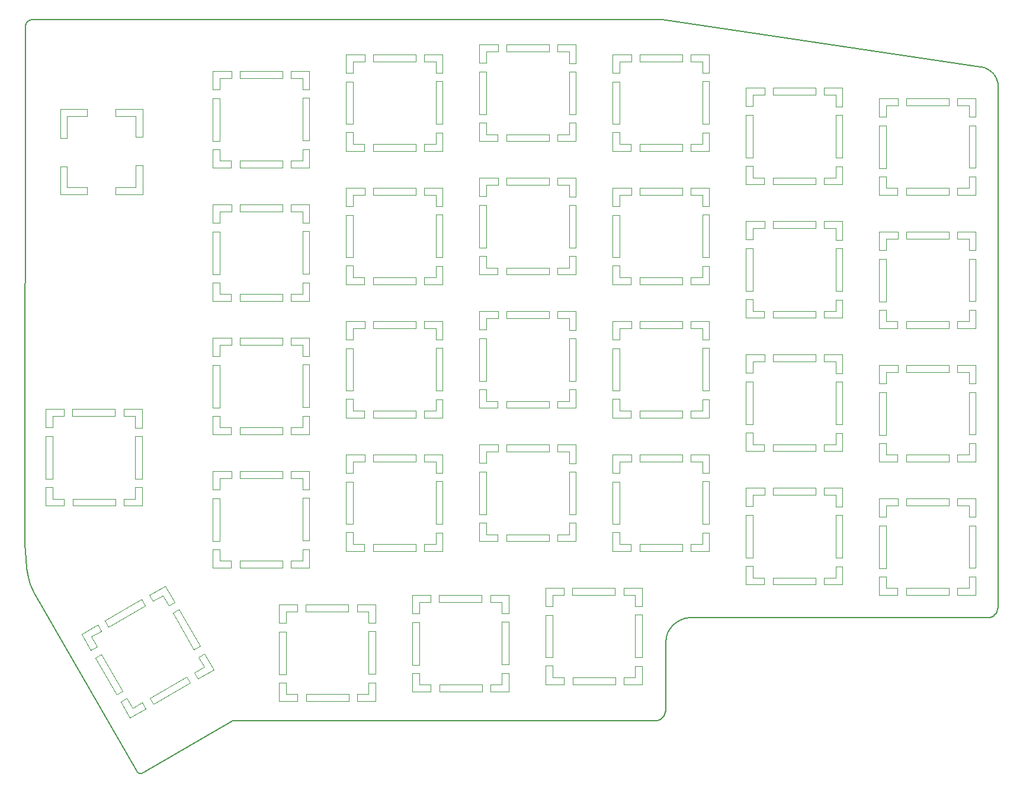
<source format=gm1>
G04 #@! TF.GenerationSoftware,KiCad,Pcbnew,(5.1.8)-1*
G04 #@! TF.CreationDate,2021-02-14T00:12:38+02:00*
G04 #@! TF.ProjectId,FR4_Top_Plate,4652345f-546f-4705-9f50-6c6174652e6b,0.95*
G04 #@! TF.SameCoordinates,Original*
G04 #@! TF.FileFunction,Profile,NP*
%FSLAX46Y46*%
G04 Gerber Fmt 4.6, Leading zero omitted, Abs format (unit mm)*
G04 Created by KiCad (PCBNEW (5.1.8)-1) date 2021-02-14 00:12:38*
%MOMM*%
%LPD*%
G01*
G04 APERTURE LIST*
G04 #@! TA.AperFunction,Profile*
%ADD10C,0.200000*%
G04 #@! TD*
G04 #@! TA.AperFunction,Profile*
%ADD11C,0.100000*%
G04 #@! TD*
G04 APERTURE END LIST*
D10*
X80708500Y-111823500D02*
X80772000Y-112649000D01*
X80772000Y-112649000D02*
X80899000Y-114109500D01*
X97594758Y-143271756D02*
X110319820Y-135905240D01*
X218511891Y-42966390D02*
X217795520Y-42621355D01*
X219501720Y-44145200D02*
X219704920Y-44856400D01*
X219133420Y-43510200D02*
X219501720Y-44145200D01*
X175719348Y-121193595D02*
X218180920Y-121193560D01*
X175013524Y-121264638D02*
X175719348Y-121193595D01*
X174356326Y-121468421D02*
X175013524Y-121264638D01*
X173761773Y-121790925D02*
X174356326Y-121468421D01*
X173243884Y-122218131D02*
X173761773Y-121790925D01*
X172816678Y-122736020D02*
X173243884Y-122218131D01*
X172494174Y-123330573D02*
X172816678Y-122736020D01*
X172290391Y-123987771D02*
X172494174Y-123330573D01*
X172194220Y-124696220D02*
X172290391Y-123987771D01*
X217795520Y-42621355D02*
X171704000Y-35687000D01*
X171532040Y-135649242D02*
X171277232Y-135787458D01*
X171753993Y-135466153D02*
X171532040Y-135649242D01*
X171937081Y-135244201D02*
X171753993Y-135466153D01*
X172075297Y-134989392D02*
X171937081Y-135244201D01*
X172162633Y-134707736D02*
X172075297Y-134989392D01*
X172193080Y-134427634D02*
X172162633Y-134707736D01*
X219704920Y-44856400D02*
X219704920Y-119684800D01*
X81163697Y-35869721D02*
X81342063Y-35772970D01*
X81008330Y-35997883D02*
X81163697Y-35869721D01*
X80880169Y-36153249D02*
X81008330Y-35997883D01*
X80783417Y-36331615D02*
X80880169Y-36153249D01*
X80722283Y-36528775D02*
X80783417Y-36331615D01*
X80700300Y-36744400D02*
X80722283Y-36528775D01*
X81539222Y-35711835D02*
X81754400Y-35690300D01*
X81342063Y-35772970D02*
X81539222Y-35711835D01*
X171704000Y-35687000D02*
X81754400Y-35690300D01*
X80645000Y-110617000D02*
X80700300Y-36744400D01*
X81419700Y-116395500D02*
X81978500Y-117665500D01*
X81153000Y-115379500D02*
X81419700Y-116395500D01*
X80645000Y-110617000D02*
X80708500Y-111823500D01*
X97426864Y-143357278D02*
X97594758Y-143271756D01*
X97268206Y-143404468D02*
X97426864Y-143357278D01*
X97119252Y-143413974D02*
X97268206Y-143404468D01*
X96980470Y-143386445D02*
X97119252Y-143413974D01*
X96852328Y-143322532D02*
X96980470Y-143386445D01*
X96735295Y-143222884D02*
X96852328Y-143322532D01*
X96629837Y-143088150D02*
X96735295Y-143222884D01*
X81978500Y-117665500D02*
X96629837Y-143088150D01*
X80899000Y-114109500D02*
X81153000Y-115379500D01*
X110319820Y-135905240D02*
X170693080Y-135905240D01*
X172194220Y-124696220D02*
X172193080Y-134427634D01*
X170995576Y-135874793D02*
X170693080Y-135905240D01*
X171277232Y-135787458D02*
X170995576Y-135874793D01*
X219133420Y-43510200D02*
X218511891Y-42966390D01*
X218500315Y-121165688D02*
X218180920Y-121193560D01*
X218781972Y-121078352D02*
X218500315Y-121165688D01*
X219036780Y-120940136D02*
X218781972Y-121078352D01*
X219258732Y-120757048D02*
X219036780Y-120940136D01*
X219441821Y-120535096D02*
X219258732Y-120757048D01*
X219580037Y-120280287D02*
X219441821Y-120535096D01*
X219667372Y-119998631D02*
X219580037Y-120280287D01*
X219704920Y-119684800D02*
X219667372Y-119998631D01*
D11*
X120300000Y-55900000D02*
X120300000Y-54280000D01*
X121300000Y-56900000D02*
X121300000Y-54280000D01*
X120300000Y-53018995D02*
X120300000Y-46940000D01*
X121300000Y-46940000D02*
X121300000Y-53020000D01*
X120300000Y-45750000D02*
X121300000Y-45750000D01*
X121300000Y-43100000D02*
X121300000Y-45750000D01*
X121300000Y-54280000D02*
X120300000Y-54280000D01*
X121300000Y-53020000D02*
X120300000Y-53018995D01*
X120300000Y-46940000D02*
X121300000Y-46940000D01*
X120300000Y-45750000D02*
X120300000Y-44100000D01*
X108500000Y-54250000D02*
X107500000Y-54250000D01*
X108500000Y-44100000D02*
X108500000Y-45720000D01*
X107500000Y-56900000D02*
X107500000Y-54250000D01*
X108500000Y-54250000D02*
X108500000Y-55900000D01*
X107500000Y-45720000D02*
X108500000Y-45720000D01*
X107500000Y-53060000D02*
X107500000Y-46980000D01*
X108500000Y-53060000D02*
X107500000Y-53060000D01*
X107500000Y-43100000D02*
X107500000Y-45720000D01*
X108500000Y-46981005D02*
X108500000Y-53060000D01*
X107500000Y-46980000D02*
X108500000Y-46981005D01*
X121300000Y-43100000D02*
X118660000Y-43100000D01*
X110150000Y-43100000D02*
X107500000Y-43100000D01*
X117410000Y-44100000D02*
X111330000Y-44100000D01*
X118660000Y-43100000D02*
X118660000Y-44100000D01*
X110150000Y-44100000D02*
X108500000Y-44100000D01*
X117411005Y-43100000D02*
X111330000Y-43100000D01*
X111330000Y-44100000D02*
X111330000Y-43100000D01*
X120300000Y-44100000D02*
X118660000Y-44100000D01*
X117411005Y-43100000D02*
X117410000Y-44100000D01*
X110150000Y-44100000D02*
X110150000Y-43100000D01*
X118650000Y-55900000D02*
X118650000Y-56900000D01*
X111381005Y-55900000D02*
X117460000Y-55900000D01*
X111380000Y-56900000D02*
X111381005Y-55900000D01*
X117460000Y-56900000D02*
X111380000Y-56900000D01*
X108500000Y-55900000D02*
X110120000Y-55900000D01*
X107500000Y-56900000D02*
X110120000Y-56900000D01*
X121300000Y-56900000D02*
X118650000Y-56900000D01*
X117460000Y-55900000D02*
X117460000Y-56900000D01*
X118650000Y-55900000D02*
X120300000Y-55900000D01*
X110120000Y-56900000D02*
X110120000Y-55900000D01*
X86667000Y-56694000D02*
X86667000Y-59694000D01*
X85667000Y-52634000D02*
X86667000Y-52634000D01*
X86667000Y-52634000D02*
X86667000Y-49494000D01*
X85667000Y-56694000D02*
X85667000Y-60694000D01*
X85667000Y-52634000D02*
X85667000Y-48494000D01*
X86667000Y-56694000D02*
X85667000Y-56694000D01*
X97467000Y-56554000D02*
X96467000Y-56554000D01*
X97467000Y-56554000D02*
X97467000Y-60694000D01*
X96467000Y-56554000D02*
X96467000Y-59694000D01*
X96467000Y-52494000D02*
X97467000Y-52494000D01*
X97467000Y-52494000D02*
X97467000Y-48494000D01*
X96467000Y-52494000D02*
X96467000Y-49494000D01*
X93597000Y-48494000D02*
X93597000Y-49494000D01*
X93597000Y-48494000D02*
X97467000Y-48494000D01*
X93597000Y-49494000D02*
X96467000Y-49494000D01*
X89537000Y-49494000D02*
X89537000Y-48494000D01*
X89537000Y-48494000D02*
X85667000Y-48494000D01*
X89537000Y-49494000D02*
X86667000Y-49494000D01*
X93597000Y-59694000D02*
X93597000Y-60694000D01*
X93597000Y-59694000D02*
X96467000Y-59694000D01*
X93597000Y-60694000D02*
X97467000Y-60694000D01*
X89537000Y-59694000D02*
X86667000Y-59694000D01*
X89537000Y-60694000D02*
X89537000Y-59694000D01*
X89537000Y-60694000D02*
X85667000Y-60694000D01*
X196500000Y-115450000D02*
X196500000Y-113830000D01*
X197500000Y-116450000D02*
X197500000Y-113830000D01*
X196500000Y-112568995D02*
X196500000Y-106490000D01*
X197500000Y-106490000D02*
X197500000Y-112570000D01*
X196500000Y-105300000D02*
X197500000Y-105300000D01*
X197500000Y-102650000D02*
X197500000Y-105300000D01*
X197500000Y-113830000D02*
X196500000Y-113830000D01*
X197500000Y-112570000D02*
X196500000Y-112568995D01*
X196500000Y-106490000D02*
X197500000Y-106490000D01*
X196500000Y-105300000D02*
X196500000Y-103650000D01*
X184700000Y-113800000D02*
X183700000Y-113800000D01*
X184700000Y-103650000D02*
X184700000Y-105270000D01*
X183700000Y-116450000D02*
X183700000Y-113800000D01*
X184700000Y-113800000D02*
X184700000Y-115450000D01*
X183700000Y-105270000D02*
X184700000Y-105270000D01*
X183700000Y-112610000D02*
X183700000Y-106530000D01*
X184700000Y-112610000D02*
X183700000Y-112610000D01*
X183700000Y-102650000D02*
X183700000Y-105270000D01*
X184700000Y-106531005D02*
X184700000Y-112610000D01*
X183700000Y-106530000D02*
X184700000Y-106531005D01*
X197500000Y-102650000D02*
X194860000Y-102650000D01*
X186350000Y-102650000D02*
X183700000Y-102650000D01*
X193610000Y-103650000D02*
X187530000Y-103650000D01*
X194860000Y-102650000D02*
X194860000Y-103650000D01*
X186350000Y-103650000D02*
X184700000Y-103650000D01*
X193611005Y-102650000D02*
X187530000Y-102650000D01*
X187530000Y-103650000D02*
X187530000Y-102650000D01*
X196500000Y-103650000D02*
X194860000Y-103650000D01*
X193611005Y-102650000D02*
X193610000Y-103650000D01*
X186350000Y-103650000D02*
X186350000Y-102650000D01*
X194850000Y-115450000D02*
X194850000Y-116450000D01*
X187581005Y-115450000D02*
X193660000Y-115450000D01*
X187580000Y-116450000D02*
X187581005Y-115450000D01*
X193660000Y-116450000D02*
X187580000Y-116450000D01*
X184700000Y-115450000D02*
X186320000Y-115450000D01*
X183700000Y-116450000D02*
X186320000Y-116450000D01*
X197500000Y-116450000D02*
X194850000Y-116450000D01*
X193660000Y-115450000D02*
X193660000Y-116450000D01*
X194850000Y-115450000D02*
X196500000Y-115450000D01*
X186320000Y-116450000D02*
X186320000Y-115450000D01*
X167850000Y-129700000D02*
X167850000Y-128080000D01*
X168850000Y-130700000D02*
X168850000Y-128080000D01*
X167850000Y-126818995D02*
X167850000Y-120740000D01*
X168850000Y-120740000D02*
X168850000Y-126820000D01*
X167850000Y-119550000D02*
X168850000Y-119550000D01*
X168850000Y-116900000D02*
X168850000Y-119550000D01*
X168850000Y-128080000D02*
X167850000Y-128080000D01*
X168850000Y-126820000D02*
X167850000Y-126818995D01*
X167850000Y-120740000D02*
X168850000Y-120740000D01*
X167850000Y-119550000D02*
X167850000Y-117900000D01*
X156050000Y-128050000D02*
X155050000Y-128050000D01*
X156050000Y-117900000D02*
X156050000Y-119520000D01*
X155050000Y-130700000D02*
X155050000Y-128050000D01*
X156050000Y-128050000D02*
X156050000Y-129700000D01*
X155050000Y-119520000D02*
X156050000Y-119520000D01*
X155050000Y-126860000D02*
X155050000Y-120780000D01*
X156050000Y-126860000D02*
X155050000Y-126860000D01*
X155050000Y-116900000D02*
X155050000Y-119520000D01*
X156050000Y-120781005D02*
X156050000Y-126860000D01*
X155050000Y-120780000D02*
X156050000Y-120781005D01*
X168850000Y-116900000D02*
X166210000Y-116900000D01*
X157700000Y-116900000D02*
X155050000Y-116900000D01*
X164960000Y-117900000D02*
X158880000Y-117900000D01*
X166210000Y-116900000D02*
X166210000Y-117900000D01*
X157700000Y-117900000D02*
X156050000Y-117900000D01*
X164961005Y-116900000D02*
X158880000Y-116900000D01*
X158880000Y-117900000D02*
X158880000Y-116900000D01*
X167850000Y-117900000D02*
X166210000Y-117900000D01*
X164961005Y-116900000D02*
X164960000Y-117900000D01*
X157700000Y-117900000D02*
X157700000Y-116900000D01*
X166200000Y-129700000D02*
X166200000Y-130700000D01*
X158931005Y-129700000D02*
X165010000Y-129700000D01*
X158930000Y-130700000D02*
X158931005Y-129700000D01*
X165010000Y-130700000D02*
X158930000Y-130700000D01*
X156050000Y-129700000D02*
X157670000Y-129700000D01*
X155050000Y-130700000D02*
X157670000Y-130700000D01*
X168850000Y-130700000D02*
X166200000Y-130700000D01*
X165010000Y-129700000D02*
X165010000Y-130700000D01*
X166200000Y-129700000D02*
X167850000Y-129700000D01*
X157670000Y-130700000D02*
X157670000Y-129700000D01*
X148797700Y-130728300D02*
X148797700Y-129108300D01*
X149797700Y-131728300D02*
X149797700Y-129108300D01*
X148797700Y-127847295D02*
X148797700Y-121768300D01*
X149797700Y-121768300D02*
X149797700Y-127848300D01*
X148797700Y-120578300D02*
X149797700Y-120578300D01*
X149797700Y-117928300D02*
X149797700Y-120578300D01*
X149797700Y-129108300D02*
X148797700Y-129108300D01*
X149797700Y-127848300D02*
X148797700Y-127847295D01*
X148797700Y-121768300D02*
X149797700Y-121768300D01*
X148797700Y-120578300D02*
X148797700Y-118928300D01*
X136997700Y-129078300D02*
X135997700Y-129078300D01*
X136997700Y-118928300D02*
X136997700Y-120548300D01*
X135997700Y-131728300D02*
X135997700Y-129078300D01*
X136997700Y-129078300D02*
X136997700Y-130728300D01*
X135997700Y-120548300D02*
X136997700Y-120548300D01*
X135997700Y-127888300D02*
X135997700Y-121808300D01*
X136997700Y-127888300D02*
X135997700Y-127888300D01*
X135997700Y-117928300D02*
X135997700Y-120548300D01*
X136997700Y-121809305D02*
X136997700Y-127888300D01*
X135997700Y-121808300D02*
X136997700Y-121809305D01*
X149797700Y-117928300D02*
X147157700Y-117928300D01*
X138647700Y-117928300D02*
X135997700Y-117928300D01*
X145907700Y-118928300D02*
X139827700Y-118928300D01*
X147157700Y-117928300D02*
X147157700Y-118928300D01*
X138647700Y-118928300D02*
X136997700Y-118928300D01*
X145908705Y-117928300D02*
X139827700Y-117928300D01*
X139827700Y-118928300D02*
X139827700Y-117928300D01*
X148797700Y-118928300D02*
X147157700Y-118928300D01*
X145908705Y-117928300D02*
X145907700Y-118928300D01*
X138647700Y-118928300D02*
X138647700Y-117928300D01*
X147147700Y-130728300D02*
X147147700Y-131728300D01*
X139878705Y-130728300D02*
X145957700Y-130728300D01*
X139877700Y-131728300D02*
X139878705Y-130728300D01*
X145957700Y-131728300D02*
X139877700Y-131728300D01*
X136997700Y-130728300D02*
X138617700Y-130728300D01*
X135997700Y-131728300D02*
X138617700Y-131728300D01*
X149797700Y-131728300D02*
X147147700Y-131728300D01*
X145957700Y-130728300D02*
X145957700Y-131728300D01*
X147147700Y-130728300D02*
X148797700Y-130728300D01*
X138617700Y-131728300D02*
X138617700Y-130728300D01*
X129750000Y-132100000D02*
X129750000Y-130480000D01*
X130750000Y-133100000D02*
X130750000Y-130480000D01*
X129750000Y-129218995D02*
X129750000Y-123140000D01*
X130750000Y-123140000D02*
X130750000Y-129220000D01*
X129750000Y-121950000D02*
X130750000Y-121950000D01*
X130750000Y-119300000D02*
X130750000Y-121950000D01*
X130750000Y-130480000D02*
X129750000Y-130480000D01*
X130750000Y-129220000D02*
X129750000Y-129218995D01*
X129750000Y-123140000D02*
X130750000Y-123140000D01*
X129750000Y-121950000D02*
X129750000Y-120300000D01*
X117950000Y-130450000D02*
X116950000Y-130450000D01*
X117950000Y-120300000D02*
X117950000Y-121920000D01*
X116950000Y-133100000D02*
X116950000Y-130450000D01*
X117950000Y-130450000D02*
X117950000Y-132100000D01*
X116950000Y-121920000D02*
X117950000Y-121920000D01*
X116950000Y-129260000D02*
X116950000Y-123180000D01*
X117950000Y-129260000D02*
X116950000Y-129260000D01*
X116950000Y-119300000D02*
X116950000Y-121920000D01*
X117950000Y-123181005D02*
X117950000Y-129260000D01*
X116950000Y-123180000D02*
X117950000Y-123181005D01*
X130750000Y-119300000D02*
X128110000Y-119300000D01*
X119600000Y-119300000D02*
X116950000Y-119300000D01*
X126860000Y-120300000D02*
X120780000Y-120300000D01*
X128110000Y-119300000D02*
X128110000Y-120300000D01*
X119600000Y-120300000D02*
X117950000Y-120300000D01*
X126861005Y-119300000D02*
X120780000Y-119300000D01*
X120780000Y-120300000D02*
X120780000Y-119300000D01*
X129750000Y-120300000D02*
X128110000Y-120300000D01*
X126861005Y-119300000D02*
X126860000Y-120300000D01*
X119600000Y-120300000D02*
X119600000Y-119300000D01*
X128100000Y-132100000D02*
X128100000Y-133100000D01*
X120831005Y-132100000D02*
X126910000Y-132100000D01*
X120830000Y-133100000D02*
X120831005Y-132100000D01*
X126910000Y-133100000D02*
X120830000Y-133100000D01*
X117950000Y-132100000D02*
X119570000Y-132100000D01*
X116950000Y-133100000D02*
X119570000Y-133100000D01*
X130750000Y-133100000D02*
X128100000Y-133100000D01*
X126910000Y-132100000D02*
X126910000Y-133100000D01*
X128100000Y-132100000D02*
X129750000Y-132100000D01*
X119570000Y-133100000D02*
X119570000Y-132100000D01*
X96011450Y-134107050D02*
X97414411Y-133297050D01*
X95645425Y-135473075D02*
X97914411Y-134163075D01*
X98506474Y-132666547D02*
X103771038Y-129627050D01*
X104271038Y-130493075D02*
X99005603Y-133533075D01*
X104801608Y-129032050D02*
X105301608Y-129898075D01*
X107596575Y-128573075D02*
X105301608Y-129898075D01*
X97914411Y-134163075D02*
X97414411Y-133297050D01*
X99005603Y-133533075D02*
X98506474Y-132666547D01*
X103771038Y-129627050D02*
X104271038Y-130493075D01*
X104801608Y-129032050D02*
X106230550Y-128207050D01*
X91540392Y-123062950D02*
X91040392Y-122196925D01*
X100330550Y-117987950D02*
X98927589Y-118797950D01*
X88745425Y-123521925D02*
X91040392Y-122196925D01*
X91540392Y-123062950D02*
X90111450Y-123887950D01*
X98427589Y-117931925D02*
X98927589Y-118797950D01*
X92070962Y-121601925D02*
X97336397Y-118561925D01*
X92570962Y-122467950D02*
X92070962Y-121601925D01*
X100696575Y-116621925D02*
X98427589Y-117931925D01*
X97835526Y-119428453D02*
X92570962Y-122467950D01*
X97336397Y-118561925D02*
X97835526Y-119428453D01*
X107596575Y-128573075D02*
X106276575Y-126286768D01*
X102021575Y-118916892D02*
X100696575Y-116621925D01*
X104785550Y-125704236D02*
X101745550Y-120438802D01*
X106276575Y-126286768D02*
X105410550Y-126786768D01*
X101155550Y-119416892D02*
X100330550Y-117987950D01*
X105652078Y-125205107D02*
X102611575Y-119938802D01*
X101745550Y-120438802D02*
X102611575Y-119938802D01*
X106230550Y-128207050D02*
X105410550Y-126786768D01*
X105652078Y-125205107D02*
X104785550Y-125704236D01*
X101155550Y-119416892D02*
X102021575Y-118916892D01*
X95186450Y-132678108D02*
X94320425Y-133178108D01*
X91551953Y-126382974D02*
X94591450Y-131647538D01*
X90685425Y-126882103D02*
X91551953Y-126382974D01*
X93725425Y-132147538D02*
X90685425Y-126882103D01*
X90111450Y-123887950D02*
X90921450Y-125290911D01*
X88745425Y-123521925D02*
X90055425Y-125790911D01*
X95645425Y-135473075D02*
X94320425Y-133178108D01*
X94591450Y-131647538D02*
X93725425Y-132147538D01*
X95186450Y-132678108D02*
X96011450Y-134107050D01*
X90055425Y-125790911D02*
X90921450Y-125290911D01*
X96374800Y-104185300D02*
X96374800Y-102565300D01*
X97374800Y-105185300D02*
X97374800Y-102565300D01*
X96374800Y-101304295D02*
X96374800Y-95225300D01*
X97374800Y-95225300D02*
X97374800Y-101305300D01*
X96374800Y-94035300D02*
X97374800Y-94035300D01*
X97374800Y-91385300D02*
X97374800Y-94035300D01*
X97374800Y-102565300D02*
X96374800Y-102565300D01*
X97374800Y-101305300D02*
X96374800Y-101304295D01*
X96374800Y-95225300D02*
X97374800Y-95225300D01*
X96374800Y-94035300D02*
X96374800Y-92385300D01*
X84574800Y-102535300D02*
X83574800Y-102535300D01*
X84574800Y-92385300D02*
X84574800Y-94005300D01*
X83574800Y-105185300D02*
X83574800Y-102535300D01*
X84574800Y-102535300D02*
X84574800Y-104185300D01*
X83574800Y-94005300D02*
X84574800Y-94005300D01*
X83574800Y-101345300D02*
X83574800Y-95265300D01*
X84574800Y-101345300D02*
X83574800Y-101345300D01*
X83574800Y-91385300D02*
X83574800Y-94005300D01*
X84574800Y-95266305D02*
X84574800Y-101345300D01*
X83574800Y-95265300D02*
X84574800Y-95266305D01*
X97374800Y-91385300D02*
X94734800Y-91385300D01*
X86224800Y-91385300D02*
X83574800Y-91385300D01*
X93484800Y-92385300D02*
X87404800Y-92385300D01*
X94734800Y-91385300D02*
X94734800Y-92385300D01*
X86224800Y-92385300D02*
X84574800Y-92385300D01*
X93485805Y-91385300D02*
X87404800Y-91385300D01*
X87404800Y-92385300D02*
X87404800Y-91385300D01*
X96374800Y-92385300D02*
X94734800Y-92385300D01*
X93485805Y-91385300D02*
X93484800Y-92385300D01*
X86224800Y-92385300D02*
X86224800Y-91385300D01*
X94724800Y-104185300D02*
X94724800Y-105185300D01*
X87455805Y-104185300D02*
X93534800Y-104185300D01*
X87454800Y-105185300D02*
X87455805Y-104185300D01*
X93534800Y-105185300D02*
X87454800Y-105185300D01*
X84574800Y-104185300D02*
X86194800Y-104185300D01*
X83574800Y-105185300D02*
X86194800Y-105185300D01*
X97374800Y-105185300D02*
X94724800Y-105185300D01*
X93534800Y-104185300D02*
X93534800Y-105185300D01*
X94724800Y-104185300D02*
X96374800Y-104185300D01*
X86194800Y-105185300D02*
X86194800Y-104185300D01*
X215550000Y-116950000D02*
X215550000Y-115330000D01*
X216550000Y-117950000D02*
X216550000Y-115330000D01*
X215550000Y-114068995D02*
X215550000Y-107990000D01*
X216550000Y-107990000D02*
X216550000Y-114070000D01*
X215550000Y-106800000D02*
X216550000Y-106800000D01*
X216550000Y-104150000D02*
X216550000Y-106800000D01*
X216550000Y-115330000D02*
X215550000Y-115330000D01*
X216550000Y-114070000D02*
X215550000Y-114068995D01*
X215550000Y-107990000D02*
X216550000Y-107990000D01*
X215550000Y-106800000D02*
X215550000Y-105150000D01*
X203750000Y-115300000D02*
X202750000Y-115300000D01*
X203750000Y-105150000D02*
X203750000Y-106770000D01*
X202750000Y-117950000D02*
X202750000Y-115300000D01*
X203750000Y-115300000D02*
X203750000Y-116950000D01*
X202750000Y-106770000D02*
X203750000Y-106770000D01*
X202750000Y-114110000D02*
X202750000Y-108030000D01*
X203750000Y-114110000D02*
X202750000Y-114110000D01*
X202750000Y-104150000D02*
X202750000Y-106770000D01*
X203750000Y-108031005D02*
X203750000Y-114110000D01*
X202750000Y-108030000D02*
X203750000Y-108031005D01*
X216550000Y-104150000D02*
X213910000Y-104150000D01*
X205400000Y-104150000D02*
X202750000Y-104150000D01*
X212660000Y-105150000D02*
X206580000Y-105150000D01*
X213910000Y-104150000D02*
X213910000Y-105150000D01*
X205400000Y-105150000D02*
X203750000Y-105150000D01*
X212661005Y-104150000D02*
X206580000Y-104150000D01*
X206580000Y-105150000D02*
X206580000Y-104150000D01*
X215550000Y-105150000D02*
X213910000Y-105150000D01*
X212661005Y-104150000D02*
X212660000Y-105150000D01*
X205400000Y-105150000D02*
X205400000Y-104150000D01*
X213900000Y-116950000D02*
X213900000Y-117950000D01*
X206631005Y-116950000D02*
X212710000Y-116950000D01*
X206630000Y-117950000D02*
X206631005Y-116950000D01*
X212710000Y-117950000D02*
X206630000Y-117950000D01*
X203750000Y-116950000D02*
X205370000Y-116950000D01*
X202750000Y-117950000D02*
X205370000Y-117950000D01*
X216550000Y-117950000D02*
X213900000Y-117950000D01*
X212710000Y-116950000D02*
X212710000Y-117950000D01*
X213900000Y-116950000D02*
X215550000Y-116950000D01*
X205370000Y-117950000D02*
X205370000Y-116950000D01*
X177450000Y-110650000D02*
X177450000Y-109030000D01*
X178450000Y-111650000D02*
X178450000Y-109030000D01*
X177450000Y-107768995D02*
X177450000Y-101690000D01*
X178450000Y-101690000D02*
X178450000Y-107770000D01*
X177450000Y-100500000D02*
X178450000Y-100500000D01*
X178450000Y-97850000D02*
X178450000Y-100500000D01*
X178450000Y-109030000D02*
X177450000Y-109030000D01*
X178450000Y-107770000D02*
X177450000Y-107768995D01*
X177450000Y-101690000D02*
X178450000Y-101690000D01*
X177450000Y-100500000D02*
X177450000Y-98850000D01*
X165650000Y-109000000D02*
X164650000Y-109000000D01*
X165650000Y-98850000D02*
X165650000Y-100470000D01*
X164650000Y-111650000D02*
X164650000Y-109000000D01*
X165650000Y-109000000D02*
X165650000Y-110650000D01*
X164650000Y-100470000D02*
X165650000Y-100470000D01*
X164650000Y-107810000D02*
X164650000Y-101730000D01*
X165650000Y-107810000D02*
X164650000Y-107810000D01*
X164650000Y-97850000D02*
X164650000Y-100470000D01*
X165650000Y-101731005D02*
X165650000Y-107810000D01*
X164650000Y-101730000D02*
X165650000Y-101731005D01*
X178450000Y-97850000D02*
X175810000Y-97850000D01*
X167300000Y-97850000D02*
X164650000Y-97850000D01*
X174560000Y-98850000D02*
X168480000Y-98850000D01*
X175810000Y-97850000D02*
X175810000Y-98850000D01*
X167300000Y-98850000D02*
X165650000Y-98850000D01*
X174561005Y-97850000D02*
X168480000Y-97850000D01*
X168480000Y-98850000D02*
X168480000Y-97850000D01*
X177450000Y-98850000D02*
X175810000Y-98850000D01*
X174561005Y-97850000D02*
X174560000Y-98850000D01*
X167300000Y-98850000D02*
X167300000Y-97850000D01*
X175800000Y-110650000D02*
X175800000Y-111650000D01*
X168531005Y-110650000D02*
X174610000Y-110650000D01*
X168530000Y-111650000D02*
X168531005Y-110650000D01*
X174610000Y-111650000D02*
X168530000Y-111650000D01*
X165650000Y-110650000D02*
X167270000Y-110650000D01*
X164650000Y-111650000D02*
X167270000Y-111650000D01*
X178450000Y-111650000D02*
X175800000Y-111650000D01*
X174610000Y-110650000D02*
X174610000Y-111650000D01*
X175800000Y-110650000D02*
X177450000Y-110650000D01*
X167270000Y-111650000D02*
X167270000Y-110650000D01*
X158400000Y-109260000D02*
X158400000Y-107640000D01*
X159400000Y-110260000D02*
X159400000Y-107640000D01*
X158400000Y-106378995D02*
X158400000Y-100300000D01*
X159400000Y-100300000D02*
X159400000Y-106380000D01*
X158400000Y-99110000D02*
X159400000Y-99110000D01*
X159400000Y-96460000D02*
X159400000Y-99110000D01*
X159400000Y-107640000D02*
X158400000Y-107640000D01*
X159400000Y-106380000D02*
X158400000Y-106378995D01*
X158400000Y-100300000D02*
X159400000Y-100300000D01*
X158400000Y-99110000D02*
X158400000Y-97460000D01*
X146600000Y-107610000D02*
X145600000Y-107610000D01*
X146600000Y-97460000D02*
X146600000Y-99080000D01*
X145600000Y-110260000D02*
X145600000Y-107610000D01*
X146600000Y-107610000D02*
X146600000Y-109260000D01*
X145600000Y-99080000D02*
X146600000Y-99080000D01*
X145600000Y-106420000D02*
X145600000Y-100340000D01*
X146600000Y-106420000D02*
X145600000Y-106420000D01*
X145600000Y-96460000D02*
X145600000Y-99080000D01*
X146600000Y-100341005D02*
X146600000Y-106420000D01*
X145600000Y-100340000D02*
X146600000Y-100341005D01*
X159400000Y-96460000D02*
X156760000Y-96460000D01*
X148250000Y-96460000D02*
X145600000Y-96460000D01*
X155510000Y-97460000D02*
X149430000Y-97460000D01*
X156760000Y-96460000D02*
X156760000Y-97460000D01*
X148250000Y-97460000D02*
X146600000Y-97460000D01*
X155511005Y-96460000D02*
X149430000Y-96460000D01*
X149430000Y-97460000D02*
X149430000Y-96460000D01*
X158400000Y-97460000D02*
X156760000Y-97460000D01*
X155511005Y-96460000D02*
X155510000Y-97460000D01*
X148250000Y-97460000D02*
X148250000Y-96460000D01*
X156750000Y-109260000D02*
X156750000Y-110260000D01*
X149481005Y-109260000D02*
X155560000Y-109260000D01*
X149480000Y-110260000D02*
X149481005Y-109260000D01*
X155560000Y-110260000D02*
X149480000Y-110260000D01*
X146600000Y-109260000D02*
X148220000Y-109260000D01*
X145600000Y-110260000D02*
X148220000Y-110260000D01*
X159400000Y-110260000D02*
X156750000Y-110260000D01*
X155560000Y-109260000D02*
X155560000Y-110260000D01*
X156750000Y-109260000D02*
X158400000Y-109260000D01*
X148220000Y-110260000D02*
X148220000Y-109260000D01*
X139350000Y-110650000D02*
X139350000Y-109030000D01*
X140350000Y-111650000D02*
X140350000Y-109030000D01*
X139350000Y-107768995D02*
X139350000Y-101690000D01*
X140350000Y-101690000D02*
X140350000Y-107770000D01*
X139350000Y-100500000D02*
X140350000Y-100500000D01*
X140350000Y-97850000D02*
X140350000Y-100500000D01*
X140350000Y-109030000D02*
X139350000Y-109030000D01*
X140350000Y-107770000D02*
X139350000Y-107768995D01*
X139350000Y-101690000D02*
X140350000Y-101690000D01*
X139350000Y-100500000D02*
X139350000Y-98850000D01*
X127550000Y-109000000D02*
X126550000Y-109000000D01*
X127550000Y-98850000D02*
X127550000Y-100470000D01*
X126550000Y-111650000D02*
X126550000Y-109000000D01*
X127550000Y-109000000D02*
X127550000Y-110650000D01*
X126550000Y-100470000D02*
X127550000Y-100470000D01*
X126550000Y-107810000D02*
X126550000Y-101730000D01*
X127550000Y-107810000D02*
X126550000Y-107810000D01*
X126550000Y-97850000D02*
X126550000Y-100470000D01*
X127550000Y-101731005D02*
X127550000Y-107810000D01*
X126550000Y-101730000D02*
X127550000Y-101731005D01*
X140350000Y-97850000D02*
X137710000Y-97850000D01*
X129200000Y-97850000D02*
X126550000Y-97850000D01*
X136460000Y-98850000D02*
X130380000Y-98850000D01*
X137710000Y-97850000D02*
X137710000Y-98850000D01*
X129200000Y-98850000D02*
X127550000Y-98850000D01*
X136461005Y-97850000D02*
X130380000Y-97850000D01*
X130380000Y-98850000D02*
X130380000Y-97850000D01*
X139350000Y-98850000D02*
X137710000Y-98850000D01*
X136461005Y-97850000D02*
X136460000Y-98850000D01*
X129200000Y-98850000D02*
X129200000Y-97850000D01*
X137700000Y-110650000D02*
X137700000Y-111650000D01*
X130431005Y-110650000D02*
X136510000Y-110650000D01*
X130430000Y-111650000D02*
X130431005Y-110650000D01*
X136510000Y-111650000D02*
X130430000Y-111650000D01*
X127550000Y-110650000D02*
X129170000Y-110650000D01*
X126550000Y-111650000D02*
X129170000Y-111650000D01*
X140350000Y-111650000D02*
X137700000Y-111650000D01*
X136510000Y-110650000D02*
X136510000Y-111650000D01*
X137700000Y-110650000D02*
X139350000Y-110650000D01*
X129170000Y-111650000D02*
X129170000Y-110650000D01*
X120300000Y-113050000D02*
X120300000Y-111430000D01*
X121300000Y-114050000D02*
X121300000Y-111430000D01*
X120300000Y-110168995D02*
X120300000Y-104090000D01*
X121300000Y-104090000D02*
X121300000Y-110170000D01*
X120300000Y-102900000D02*
X121300000Y-102900000D01*
X121300000Y-100250000D02*
X121300000Y-102900000D01*
X121300000Y-111430000D02*
X120300000Y-111430000D01*
X121300000Y-110170000D02*
X120300000Y-110168995D01*
X120300000Y-104090000D02*
X121300000Y-104090000D01*
X120300000Y-102900000D02*
X120300000Y-101250000D01*
X108500000Y-111400000D02*
X107500000Y-111400000D01*
X108500000Y-101250000D02*
X108500000Y-102870000D01*
X107500000Y-114050000D02*
X107500000Y-111400000D01*
X108500000Y-111400000D02*
X108500000Y-113050000D01*
X107500000Y-102870000D02*
X108500000Y-102870000D01*
X107500000Y-110210000D02*
X107500000Y-104130000D01*
X108500000Y-110210000D02*
X107500000Y-110210000D01*
X107500000Y-100250000D02*
X107500000Y-102870000D01*
X108500000Y-104131005D02*
X108500000Y-110210000D01*
X107500000Y-104130000D02*
X108500000Y-104131005D01*
X121300000Y-100250000D02*
X118660000Y-100250000D01*
X110150000Y-100250000D02*
X107500000Y-100250000D01*
X117410000Y-101250000D02*
X111330000Y-101250000D01*
X118660000Y-100250000D02*
X118660000Y-101250000D01*
X110150000Y-101250000D02*
X108500000Y-101250000D01*
X117411005Y-100250000D02*
X111330000Y-100250000D01*
X111330000Y-101250000D02*
X111330000Y-100250000D01*
X120300000Y-101250000D02*
X118660000Y-101250000D01*
X117411005Y-100250000D02*
X117410000Y-101250000D01*
X110150000Y-101250000D02*
X110150000Y-100250000D01*
X118650000Y-113050000D02*
X118650000Y-114050000D01*
X111381005Y-113050000D02*
X117460000Y-113050000D01*
X111380000Y-114050000D02*
X111381005Y-113050000D01*
X117460000Y-114050000D02*
X111380000Y-114050000D01*
X108500000Y-113050000D02*
X110120000Y-113050000D01*
X107500000Y-114050000D02*
X110120000Y-114050000D01*
X121300000Y-114050000D02*
X118650000Y-114050000D01*
X117460000Y-113050000D02*
X117460000Y-114050000D01*
X118650000Y-113050000D02*
X120300000Y-113050000D01*
X110120000Y-114050000D02*
X110120000Y-113050000D01*
X215550000Y-97900000D02*
X215550000Y-96280000D01*
X216550000Y-98900000D02*
X216550000Y-96280000D01*
X215550000Y-95018995D02*
X215550000Y-88940000D01*
X216550000Y-88940000D02*
X216550000Y-95020000D01*
X215550000Y-87750000D02*
X216550000Y-87750000D01*
X216550000Y-85100000D02*
X216550000Y-87750000D01*
X216550000Y-96280000D02*
X215550000Y-96280000D01*
X216550000Y-95020000D02*
X215550000Y-95018995D01*
X215550000Y-88940000D02*
X216550000Y-88940000D01*
X215550000Y-87750000D02*
X215550000Y-86100000D01*
X203750000Y-96250000D02*
X202750000Y-96250000D01*
X203750000Y-86100000D02*
X203750000Y-87720000D01*
X202750000Y-98900000D02*
X202750000Y-96250000D01*
X203750000Y-96250000D02*
X203750000Y-97900000D01*
X202750000Y-87720000D02*
X203750000Y-87720000D01*
X202750000Y-95060000D02*
X202750000Y-88980000D01*
X203750000Y-95060000D02*
X202750000Y-95060000D01*
X202750000Y-85100000D02*
X202750000Y-87720000D01*
X203750000Y-88981005D02*
X203750000Y-95060000D01*
X202750000Y-88980000D02*
X203750000Y-88981005D01*
X216550000Y-85100000D02*
X213910000Y-85100000D01*
X205400000Y-85100000D02*
X202750000Y-85100000D01*
X212660000Y-86100000D02*
X206580000Y-86100000D01*
X213910000Y-85100000D02*
X213910000Y-86100000D01*
X205400000Y-86100000D02*
X203750000Y-86100000D01*
X212661005Y-85100000D02*
X206580000Y-85100000D01*
X206580000Y-86100000D02*
X206580000Y-85100000D01*
X215550000Y-86100000D02*
X213910000Y-86100000D01*
X212661005Y-85100000D02*
X212660000Y-86100000D01*
X205400000Y-86100000D02*
X205400000Y-85100000D01*
X213900000Y-97900000D02*
X213900000Y-98900000D01*
X206631005Y-97900000D02*
X212710000Y-97900000D01*
X206630000Y-98900000D02*
X206631005Y-97900000D01*
X212710000Y-98900000D02*
X206630000Y-98900000D01*
X203750000Y-97900000D02*
X205370000Y-97900000D01*
X202750000Y-98900000D02*
X205370000Y-98900000D01*
X216550000Y-98900000D02*
X213900000Y-98900000D01*
X212710000Y-97900000D02*
X212710000Y-98900000D01*
X213900000Y-97900000D02*
X215550000Y-97900000D01*
X205370000Y-98900000D02*
X205370000Y-97900000D01*
X196500000Y-96400000D02*
X196500000Y-94780000D01*
X197500000Y-97400000D02*
X197500000Y-94780000D01*
X196500000Y-93518995D02*
X196500000Y-87440000D01*
X197500000Y-87440000D02*
X197500000Y-93520000D01*
X196500000Y-86250000D02*
X197500000Y-86250000D01*
X197500000Y-83600000D02*
X197500000Y-86250000D01*
X197500000Y-94780000D02*
X196500000Y-94780000D01*
X197500000Y-93520000D02*
X196500000Y-93518995D01*
X196500000Y-87440000D02*
X197500000Y-87440000D01*
X196500000Y-86250000D02*
X196500000Y-84600000D01*
X184700000Y-94750000D02*
X183700000Y-94750000D01*
X184700000Y-84600000D02*
X184700000Y-86220000D01*
X183700000Y-97400000D02*
X183700000Y-94750000D01*
X184700000Y-94750000D02*
X184700000Y-96400000D01*
X183700000Y-86220000D02*
X184700000Y-86220000D01*
X183700000Y-93560000D02*
X183700000Y-87480000D01*
X184700000Y-93560000D02*
X183700000Y-93560000D01*
X183700000Y-83600000D02*
X183700000Y-86220000D01*
X184700000Y-87481005D02*
X184700000Y-93560000D01*
X183700000Y-87480000D02*
X184700000Y-87481005D01*
X197500000Y-83600000D02*
X194860000Y-83600000D01*
X186350000Y-83600000D02*
X183700000Y-83600000D01*
X193610000Y-84600000D02*
X187530000Y-84600000D01*
X194860000Y-83600000D02*
X194860000Y-84600000D01*
X186350000Y-84600000D02*
X184700000Y-84600000D01*
X193611005Y-83600000D02*
X187530000Y-83600000D01*
X187530000Y-84600000D02*
X187530000Y-83600000D01*
X196500000Y-84600000D02*
X194860000Y-84600000D01*
X193611005Y-83600000D02*
X193610000Y-84600000D01*
X186350000Y-84600000D02*
X186350000Y-83600000D01*
X194850000Y-96400000D02*
X194850000Y-97400000D01*
X187581005Y-96400000D02*
X193660000Y-96400000D01*
X187580000Y-97400000D02*
X187581005Y-96400000D01*
X193660000Y-97400000D02*
X187580000Y-97400000D01*
X184700000Y-96400000D02*
X186320000Y-96400000D01*
X183700000Y-97400000D02*
X186320000Y-97400000D01*
X197500000Y-97400000D02*
X194850000Y-97400000D01*
X193660000Y-96400000D02*
X193660000Y-97400000D01*
X194850000Y-96400000D02*
X196500000Y-96400000D01*
X186320000Y-97400000D02*
X186320000Y-96400000D01*
X177450000Y-91600000D02*
X177450000Y-89980000D01*
X178450000Y-92600000D02*
X178450000Y-89980000D01*
X177450000Y-88718995D02*
X177450000Y-82640000D01*
X178450000Y-82640000D02*
X178450000Y-88720000D01*
X177450000Y-81450000D02*
X178450000Y-81450000D01*
X178450000Y-78800000D02*
X178450000Y-81450000D01*
X178450000Y-89980000D02*
X177450000Y-89980000D01*
X178450000Y-88720000D02*
X177450000Y-88718995D01*
X177450000Y-82640000D02*
X178450000Y-82640000D01*
X177450000Y-81450000D02*
X177450000Y-79800000D01*
X165650000Y-89950000D02*
X164650000Y-89950000D01*
X165650000Y-79800000D02*
X165650000Y-81420000D01*
X164650000Y-92600000D02*
X164650000Y-89950000D01*
X165650000Y-89950000D02*
X165650000Y-91600000D01*
X164650000Y-81420000D02*
X165650000Y-81420000D01*
X164650000Y-88760000D02*
X164650000Y-82680000D01*
X165650000Y-88760000D02*
X164650000Y-88760000D01*
X164650000Y-78800000D02*
X164650000Y-81420000D01*
X165650000Y-82681005D02*
X165650000Y-88760000D01*
X164650000Y-82680000D02*
X165650000Y-82681005D01*
X178450000Y-78800000D02*
X175810000Y-78800000D01*
X167300000Y-78800000D02*
X164650000Y-78800000D01*
X174560000Y-79800000D02*
X168480000Y-79800000D01*
X175810000Y-78800000D02*
X175810000Y-79800000D01*
X167300000Y-79800000D02*
X165650000Y-79800000D01*
X174561005Y-78800000D02*
X168480000Y-78800000D01*
X168480000Y-79800000D02*
X168480000Y-78800000D01*
X177450000Y-79800000D02*
X175810000Y-79800000D01*
X174561005Y-78800000D02*
X174560000Y-79800000D01*
X167300000Y-79800000D02*
X167300000Y-78800000D01*
X175800000Y-91600000D02*
X175800000Y-92600000D01*
X168531005Y-91600000D02*
X174610000Y-91600000D01*
X168530000Y-92600000D02*
X168531005Y-91600000D01*
X174610000Y-92600000D02*
X168530000Y-92600000D01*
X165650000Y-91600000D02*
X167270000Y-91600000D01*
X164650000Y-92600000D02*
X167270000Y-92600000D01*
X178450000Y-92600000D02*
X175800000Y-92600000D01*
X174610000Y-91600000D02*
X174610000Y-92600000D01*
X175800000Y-91600000D02*
X177450000Y-91600000D01*
X167270000Y-92600000D02*
X167270000Y-91600000D01*
X158400000Y-90210000D02*
X158400000Y-88590000D01*
X159400000Y-91210000D02*
X159400000Y-88590000D01*
X158400000Y-87328995D02*
X158400000Y-81250000D01*
X159400000Y-81250000D02*
X159400000Y-87330000D01*
X158400000Y-80060000D02*
X159400000Y-80060000D01*
X159400000Y-77410000D02*
X159400000Y-80060000D01*
X159400000Y-88590000D02*
X158400000Y-88590000D01*
X159400000Y-87330000D02*
X158400000Y-87328995D01*
X158400000Y-81250000D02*
X159400000Y-81250000D01*
X158400000Y-80060000D02*
X158400000Y-78410000D01*
X146600000Y-88560000D02*
X145600000Y-88560000D01*
X146600000Y-78410000D02*
X146600000Y-80030000D01*
X145600000Y-91210000D02*
X145600000Y-88560000D01*
X146600000Y-88560000D02*
X146600000Y-90210000D01*
X145600000Y-80030000D02*
X146600000Y-80030000D01*
X145600000Y-87370000D02*
X145600000Y-81290000D01*
X146600000Y-87370000D02*
X145600000Y-87370000D01*
X145600000Y-77410000D02*
X145600000Y-80030000D01*
X146600000Y-81291005D02*
X146600000Y-87370000D01*
X145600000Y-81290000D02*
X146600000Y-81291005D01*
X159400000Y-77410000D02*
X156760000Y-77410000D01*
X148250000Y-77410000D02*
X145600000Y-77410000D01*
X155510000Y-78410000D02*
X149430000Y-78410000D01*
X156760000Y-77410000D02*
X156760000Y-78410000D01*
X148250000Y-78410000D02*
X146600000Y-78410000D01*
X155511005Y-77410000D02*
X149430000Y-77410000D01*
X149430000Y-78410000D02*
X149430000Y-77410000D01*
X158400000Y-78410000D02*
X156760000Y-78410000D01*
X155511005Y-77410000D02*
X155510000Y-78410000D01*
X148250000Y-78410000D02*
X148250000Y-77410000D01*
X156750000Y-90210000D02*
X156750000Y-91210000D01*
X149481005Y-90210000D02*
X155560000Y-90210000D01*
X149480000Y-91210000D02*
X149481005Y-90210000D01*
X155560000Y-91210000D02*
X149480000Y-91210000D01*
X146600000Y-90210000D02*
X148220000Y-90210000D01*
X145600000Y-91210000D02*
X148220000Y-91210000D01*
X159400000Y-91210000D02*
X156750000Y-91210000D01*
X155560000Y-90210000D02*
X155560000Y-91210000D01*
X156750000Y-90210000D02*
X158400000Y-90210000D01*
X148220000Y-91210000D02*
X148220000Y-90210000D01*
X139350000Y-91600000D02*
X139350000Y-89980000D01*
X140350000Y-92600000D02*
X140350000Y-89980000D01*
X139350000Y-88718995D02*
X139350000Y-82640000D01*
X140350000Y-82640000D02*
X140350000Y-88720000D01*
X139350000Y-81450000D02*
X140350000Y-81450000D01*
X140350000Y-78800000D02*
X140350000Y-81450000D01*
X140350000Y-89980000D02*
X139350000Y-89980000D01*
X140350000Y-88720000D02*
X139350000Y-88718995D01*
X139350000Y-82640000D02*
X140350000Y-82640000D01*
X139350000Y-81450000D02*
X139350000Y-79800000D01*
X127550000Y-89950000D02*
X126550000Y-89950000D01*
X127550000Y-79800000D02*
X127550000Y-81420000D01*
X126550000Y-92600000D02*
X126550000Y-89950000D01*
X127550000Y-89950000D02*
X127550000Y-91600000D01*
X126550000Y-81420000D02*
X127550000Y-81420000D01*
X126550000Y-88760000D02*
X126550000Y-82680000D01*
X127550000Y-88760000D02*
X126550000Y-88760000D01*
X126550000Y-78800000D02*
X126550000Y-81420000D01*
X127550000Y-82681005D02*
X127550000Y-88760000D01*
X126550000Y-82680000D02*
X127550000Y-82681005D01*
X140350000Y-78800000D02*
X137710000Y-78800000D01*
X129200000Y-78800000D02*
X126550000Y-78800000D01*
X136460000Y-79800000D02*
X130380000Y-79800000D01*
X137710000Y-78800000D02*
X137710000Y-79800000D01*
X129200000Y-79800000D02*
X127550000Y-79800000D01*
X136461005Y-78800000D02*
X130380000Y-78800000D01*
X130380000Y-79800000D02*
X130380000Y-78800000D01*
X139350000Y-79800000D02*
X137710000Y-79800000D01*
X136461005Y-78800000D02*
X136460000Y-79800000D01*
X129200000Y-79800000D02*
X129200000Y-78800000D01*
X137700000Y-91600000D02*
X137700000Y-92600000D01*
X130431005Y-91600000D02*
X136510000Y-91600000D01*
X130430000Y-92600000D02*
X130431005Y-91600000D01*
X136510000Y-92600000D02*
X130430000Y-92600000D01*
X127550000Y-91600000D02*
X129170000Y-91600000D01*
X126550000Y-92600000D02*
X129170000Y-92600000D01*
X140350000Y-92600000D02*
X137700000Y-92600000D01*
X136510000Y-91600000D02*
X136510000Y-92600000D01*
X137700000Y-91600000D02*
X139350000Y-91600000D01*
X129170000Y-92600000D02*
X129170000Y-91600000D01*
X120300000Y-94000000D02*
X120300000Y-92380000D01*
X121300000Y-95000000D02*
X121300000Y-92380000D01*
X120300000Y-91118995D02*
X120300000Y-85040000D01*
X121300000Y-85040000D02*
X121300000Y-91120000D01*
X120300000Y-83850000D02*
X121300000Y-83850000D01*
X121300000Y-81200000D02*
X121300000Y-83850000D01*
X121300000Y-92380000D02*
X120300000Y-92380000D01*
X121300000Y-91120000D02*
X120300000Y-91118995D01*
X120300000Y-85040000D02*
X121300000Y-85040000D01*
X120300000Y-83850000D02*
X120300000Y-82200000D01*
X108500000Y-92350000D02*
X107500000Y-92350000D01*
X108500000Y-82200000D02*
X108500000Y-83820000D01*
X107500000Y-95000000D02*
X107500000Y-92350000D01*
X108500000Y-92350000D02*
X108500000Y-94000000D01*
X107500000Y-83820000D02*
X108500000Y-83820000D01*
X107500000Y-91160000D02*
X107500000Y-85080000D01*
X108500000Y-91160000D02*
X107500000Y-91160000D01*
X107500000Y-81200000D02*
X107500000Y-83820000D01*
X108500000Y-85081005D02*
X108500000Y-91160000D01*
X107500000Y-85080000D02*
X108500000Y-85081005D01*
X121300000Y-81200000D02*
X118660000Y-81200000D01*
X110150000Y-81200000D02*
X107500000Y-81200000D01*
X117410000Y-82200000D02*
X111330000Y-82200000D01*
X118660000Y-81200000D02*
X118660000Y-82200000D01*
X110150000Y-82200000D02*
X108500000Y-82200000D01*
X117411005Y-81200000D02*
X111330000Y-81200000D01*
X111330000Y-82200000D02*
X111330000Y-81200000D01*
X120300000Y-82200000D02*
X118660000Y-82200000D01*
X117411005Y-81200000D02*
X117410000Y-82200000D01*
X110150000Y-82200000D02*
X110150000Y-81200000D01*
X118650000Y-94000000D02*
X118650000Y-95000000D01*
X111381005Y-94000000D02*
X117460000Y-94000000D01*
X111380000Y-95000000D02*
X111381005Y-94000000D01*
X117460000Y-95000000D02*
X111380000Y-95000000D01*
X108500000Y-94000000D02*
X110120000Y-94000000D01*
X107500000Y-95000000D02*
X110120000Y-95000000D01*
X121300000Y-95000000D02*
X118650000Y-95000000D01*
X117460000Y-94000000D02*
X117460000Y-95000000D01*
X118650000Y-94000000D02*
X120300000Y-94000000D01*
X110120000Y-95000000D02*
X110120000Y-94000000D01*
X215550000Y-78850000D02*
X215550000Y-77230000D01*
X216550000Y-79850000D02*
X216550000Y-77230000D01*
X215550000Y-75968995D02*
X215550000Y-69890000D01*
X216550000Y-69890000D02*
X216550000Y-75970000D01*
X215550000Y-68700000D02*
X216550000Y-68700000D01*
X216550000Y-66050000D02*
X216550000Y-68700000D01*
X216550000Y-77230000D02*
X215550000Y-77230000D01*
X216550000Y-75970000D02*
X215550000Y-75968995D01*
X215550000Y-69890000D02*
X216550000Y-69890000D01*
X215550000Y-68700000D02*
X215550000Y-67050000D01*
X203750000Y-77200000D02*
X202750000Y-77200000D01*
X203750000Y-67050000D02*
X203750000Y-68670000D01*
X202750000Y-79850000D02*
X202750000Y-77200000D01*
X203750000Y-77200000D02*
X203750000Y-78850000D01*
X202750000Y-68670000D02*
X203750000Y-68670000D01*
X202750000Y-76010000D02*
X202750000Y-69930000D01*
X203750000Y-76010000D02*
X202750000Y-76010000D01*
X202750000Y-66050000D02*
X202750000Y-68670000D01*
X203750000Y-69931005D02*
X203750000Y-76010000D01*
X202750000Y-69930000D02*
X203750000Y-69931005D01*
X216550000Y-66050000D02*
X213910000Y-66050000D01*
X205400000Y-66050000D02*
X202750000Y-66050000D01*
X212660000Y-67050000D02*
X206580000Y-67050000D01*
X213910000Y-66050000D02*
X213910000Y-67050000D01*
X205400000Y-67050000D02*
X203750000Y-67050000D01*
X212661005Y-66050000D02*
X206580000Y-66050000D01*
X206580000Y-67050000D02*
X206580000Y-66050000D01*
X215550000Y-67050000D02*
X213910000Y-67050000D01*
X212661005Y-66050000D02*
X212660000Y-67050000D01*
X205400000Y-67050000D02*
X205400000Y-66050000D01*
X213900000Y-78850000D02*
X213900000Y-79850000D01*
X206631005Y-78850000D02*
X212710000Y-78850000D01*
X206630000Y-79850000D02*
X206631005Y-78850000D01*
X212710000Y-79850000D02*
X206630000Y-79850000D01*
X203750000Y-78850000D02*
X205370000Y-78850000D01*
X202750000Y-79850000D02*
X205370000Y-79850000D01*
X216550000Y-79850000D02*
X213900000Y-79850000D01*
X212710000Y-78850000D02*
X212710000Y-79850000D01*
X213900000Y-78850000D02*
X215550000Y-78850000D01*
X205370000Y-79850000D02*
X205370000Y-78850000D01*
X196500000Y-77350000D02*
X196500000Y-75730000D01*
X197500000Y-78350000D02*
X197500000Y-75730000D01*
X196500000Y-74468995D02*
X196500000Y-68390000D01*
X197500000Y-68390000D02*
X197500000Y-74470000D01*
X196500000Y-67200000D02*
X197500000Y-67200000D01*
X197500000Y-64550000D02*
X197500000Y-67200000D01*
X197500000Y-75730000D02*
X196500000Y-75730000D01*
X197500000Y-74470000D02*
X196500000Y-74468995D01*
X196500000Y-68390000D02*
X197500000Y-68390000D01*
X196500000Y-67200000D02*
X196500000Y-65550000D01*
X184700000Y-75700000D02*
X183700000Y-75700000D01*
X184700000Y-65550000D02*
X184700000Y-67170000D01*
X183700000Y-78350000D02*
X183700000Y-75700000D01*
X184700000Y-75700000D02*
X184700000Y-77350000D01*
X183700000Y-67170000D02*
X184700000Y-67170000D01*
X183700000Y-74510000D02*
X183700000Y-68430000D01*
X184700000Y-74510000D02*
X183700000Y-74510000D01*
X183700000Y-64550000D02*
X183700000Y-67170000D01*
X184700000Y-68431005D02*
X184700000Y-74510000D01*
X183700000Y-68430000D02*
X184700000Y-68431005D01*
X197500000Y-64550000D02*
X194860000Y-64550000D01*
X186350000Y-64550000D02*
X183700000Y-64550000D01*
X193610000Y-65550000D02*
X187530000Y-65550000D01*
X194860000Y-64550000D02*
X194860000Y-65550000D01*
X186350000Y-65550000D02*
X184700000Y-65550000D01*
X193611005Y-64550000D02*
X187530000Y-64550000D01*
X187530000Y-65550000D02*
X187530000Y-64550000D01*
X196500000Y-65550000D02*
X194860000Y-65550000D01*
X193611005Y-64550000D02*
X193610000Y-65550000D01*
X186350000Y-65550000D02*
X186350000Y-64550000D01*
X194850000Y-77350000D02*
X194850000Y-78350000D01*
X187581005Y-77350000D02*
X193660000Y-77350000D01*
X187580000Y-78350000D02*
X187581005Y-77350000D01*
X193660000Y-78350000D02*
X187580000Y-78350000D01*
X184700000Y-77350000D02*
X186320000Y-77350000D01*
X183700000Y-78350000D02*
X186320000Y-78350000D01*
X197500000Y-78350000D02*
X194850000Y-78350000D01*
X193660000Y-77350000D02*
X193660000Y-78350000D01*
X194850000Y-77350000D02*
X196500000Y-77350000D01*
X186320000Y-78350000D02*
X186320000Y-77350000D01*
X177450000Y-72550000D02*
X177450000Y-70930000D01*
X178450000Y-73550000D02*
X178450000Y-70930000D01*
X177450000Y-69668995D02*
X177450000Y-63590000D01*
X178450000Y-63590000D02*
X178450000Y-69670000D01*
X177450000Y-62400000D02*
X178450000Y-62400000D01*
X178450000Y-59750000D02*
X178450000Y-62400000D01*
X178450000Y-70930000D02*
X177450000Y-70930000D01*
X178450000Y-69670000D02*
X177450000Y-69668995D01*
X177450000Y-63590000D02*
X178450000Y-63590000D01*
X177450000Y-62400000D02*
X177450000Y-60750000D01*
X165650000Y-70900000D02*
X164650000Y-70900000D01*
X165650000Y-60750000D02*
X165650000Y-62370000D01*
X164650000Y-73550000D02*
X164650000Y-70900000D01*
X165650000Y-70900000D02*
X165650000Y-72550000D01*
X164650000Y-62370000D02*
X165650000Y-62370000D01*
X164650000Y-69710000D02*
X164650000Y-63630000D01*
X165650000Y-69710000D02*
X164650000Y-69710000D01*
X164650000Y-59750000D02*
X164650000Y-62370000D01*
X165650000Y-63631005D02*
X165650000Y-69710000D01*
X164650000Y-63630000D02*
X165650000Y-63631005D01*
X178450000Y-59750000D02*
X175810000Y-59750000D01*
X167300000Y-59750000D02*
X164650000Y-59750000D01*
X174560000Y-60750000D02*
X168480000Y-60750000D01*
X175810000Y-59750000D02*
X175810000Y-60750000D01*
X167300000Y-60750000D02*
X165650000Y-60750000D01*
X174561005Y-59750000D02*
X168480000Y-59750000D01*
X168480000Y-60750000D02*
X168480000Y-59750000D01*
X177450000Y-60750000D02*
X175810000Y-60750000D01*
X174561005Y-59750000D02*
X174560000Y-60750000D01*
X167300000Y-60750000D02*
X167300000Y-59750000D01*
X175800000Y-72550000D02*
X175800000Y-73550000D01*
X168531005Y-72550000D02*
X174610000Y-72550000D01*
X168530000Y-73550000D02*
X168531005Y-72550000D01*
X174610000Y-73550000D02*
X168530000Y-73550000D01*
X165650000Y-72550000D02*
X167270000Y-72550000D01*
X164650000Y-73550000D02*
X167270000Y-73550000D01*
X178450000Y-73550000D02*
X175800000Y-73550000D01*
X174610000Y-72550000D02*
X174610000Y-73550000D01*
X175800000Y-72550000D02*
X177450000Y-72550000D01*
X167270000Y-73550000D02*
X167270000Y-72550000D01*
X158400000Y-71160000D02*
X158400000Y-69540000D01*
X159400000Y-72160000D02*
X159400000Y-69540000D01*
X158400000Y-68278995D02*
X158400000Y-62200000D01*
X159400000Y-62200000D02*
X159400000Y-68280000D01*
X158400000Y-61010000D02*
X159400000Y-61010000D01*
X159400000Y-58360000D02*
X159400000Y-61010000D01*
X159400000Y-69540000D02*
X158400000Y-69540000D01*
X159400000Y-68280000D02*
X158400000Y-68278995D01*
X158400000Y-62200000D02*
X159400000Y-62200000D01*
X158400000Y-61010000D02*
X158400000Y-59360000D01*
X146600000Y-69510000D02*
X145600000Y-69510000D01*
X146600000Y-59360000D02*
X146600000Y-60980000D01*
X145600000Y-72160000D02*
X145600000Y-69510000D01*
X146600000Y-69510000D02*
X146600000Y-71160000D01*
X145600000Y-60980000D02*
X146600000Y-60980000D01*
X145600000Y-68320000D02*
X145600000Y-62240000D01*
X146600000Y-68320000D02*
X145600000Y-68320000D01*
X145600000Y-58360000D02*
X145600000Y-60980000D01*
X146600000Y-62241005D02*
X146600000Y-68320000D01*
X145600000Y-62240000D02*
X146600000Y-62241005D01*
X159400000Y-58360000D02*
X156760000Y-58360000D01*
X148250000Y-58360000D02*
X145600000Y-58360000D01*
X155510000Y-59360000D02*
X149430000Y-59360000D01*
X156760000Y-58360000D02*
X156760000Y-59360000D01*
X148250000Y-59360000D02*
X146600000Y-59360000D01*
X155511005Y-58360000D02*
X149430000Y-58360000D01*
X149430000Y-59360000D02*
X149430000Y-58360000D01*
X158400000Y-59360000D02*
X156760000Y-59360000D01*
X155511005Y-58360000D02*
X155510000Y-59360000D01*
X148250000Y-59360000D02*
X148250000Y-58360000D01*
X156750000Y-71160000D02*
X156750000Y-72160000D01*
X149481005Y-71160000D02*
X155560000Y-71160000D01*
X149480000Y-72160000D02*
X149481005Y-71160000D01*
X155560000Y-72160000D02*
X149480000Y-72160000D01*
X146600000Y-71160000D02*
X148220000Y-71160000D01*
X145600000Y-72160000D02*
X148220000Y-72160000D01*
X159400000Y-72160000D02*
X156750000Y-72160000D01*
X155560000Y-71160000D02*
X155560000Y-72160000D01*
X156750000Y-71160000D02*
X158400000Y-71160000D01*
X148220000Y-72160000D02*
X148220000Y-71160000D01*
X139350000Y-72550000D02*
X139350000Y-70930000D01*
X140350000Y-73550000D02*
X140350000Y-70930000D01*
X139350000Y-69668995D02*
X139350000Y-63590000D01*
X140350000Y-63590000D02*
X140350000Y-69670000D01*
X139350000Y-62400000D02*
X140350000Y-62400000D01*
X140350000Y-59750000D02*
X140350000Y-62400000D01*
X140350000Y-70930000D02*
X139350000Y-70930000D01*
X140350000Y-69670000D02*
X139350000Y-69668995D01*
X139350000Y-63590000D02*
X140350000Y-63590000D01*
X139350000Y-62400000D02*
X139350000Y-60750000D01*
X127550000Y-70900000D02*
X126550000Y-70900000D01*
X127550000Y-60750000D02*
X127550000Y-62370000D01*
X126550000Y-73550000D02*
X126550000Y-70900000D01*
X127550000Y-70900000D02*
X127550000Y-72550000D01*
X126550000Y-62370000D02*
X127550000Y-62370000D01*
X126550000Y-69710000D02*
X126550000Y-63630000D01*
X127550000Y-69710000D02*
X126550000Y-69710000D01*
X126550000Y-59750000D02*
X126550000Y-62370000D01*
X127550000Y-63631005D02*
X127550000Y-69710000D01*
X126550000Y-63630000D02*
X127550000Y-63631005D01*
X140350000Y-59750000D02*
X137710000Y-59750000D01*
X129200000Y-59750000D02*
X126550000Y-59750000D01*
X136460000Y-60750000D02*
X130380000Y-60750000D01*
X137710000Y-59750000D02*
X137710000Y-60750000D01*
X129200000Y-60750000D02*
X127550000Y-60750000D01*
X136461005Y-59750000D02*
X130380000Y-59750000D01*
X130380000Y-60750000D02*
X130380000Y-59750000D01*
X139350000Y-60750000D02*
X137710000Y-60750000D01*
X136461005Y-59750000D02*
X136460000Y-60750000D01*
X129200000Y-60750000D02*
X129200000Y-59750000D01*
X137700000Y-72550000D02*
X137700000Y-73550000D01*
X130431005Y-72550000D02*
X136510000Y-72550000D01*
X130430000Y-73550000D02*
X130431005Y-72550000D01*
X136510000Y-73550000D02*
X130430000Y-73550000D01*
X127550000Y-72550000D02*
X129170000Y-72550000D01*
X126550000Y-73550000D02*
X129170000Y-73550000D01*
X140350000Y-73550000D02*
X137700000Y-73550000D01*
X136510000Y-72550000D02*
X136510000Y-73550000D01*
X137700000Y-72550000D02*
X139350000Y-72550000D01*
X129170000Y-73550000D02*
X129170000Y-72550000D01*
X120300000Y-74950000D02*
X120300000Y-73330000D01*
X121300000Y-75950000D02*
X121300000Y-73330000D01*
X120300000Y-72068995D02*
X120300000Y-65990000D01*
X121300000Y-65990000D02*
X121300000Y-72070000D01*
X120300000Y-64800000D02*
X121300000Y-64800000D01*
X121300000Y-62150000D02*
X121300000Y-64800000D01*
X121300000Y-73330000D02*
X120300000Y-73330000D01*
X121300000Y-72070000D02*
X120300000Y-72068995D01*
X120300000Y-65990000D02*
X121300000Y-65990000D01*
X120300000Y-64800000D02*
X120300000Y-63150000D01*
X108500000Y-73300000D02*
X107500000Y-73300000D01*
X108500000Y-63150000D02*
X108500000Y-64770000D01*
X107500000Y-75950000D02*
X107500000Y-73300000D01*
X108500000Y-73300000D02*
X108500000Y-74950000D01*
X107500000Y-64770000D02*
X108500000Y-64770000D01*
X107500000Y-72110000D02*
X107500000Y-66030000D01*
X108500000Y-72110000D02*
X107500000Y-72110000D01*
X107500000Y-62150000D02*
X107500000Y-64770000D01*
X108500000Y-66031005D02*
X108500000Y-72110000D01*
X107500000Y-66030000D02*
X108500000Y-66031005D01*
X121300000Y-62150000D02*
X118660000Y-62150000D01*
X110150000Y-62150000D02*
X107500000Y-62150000D01*
X117410000Y-63150000D02*
X111330000Y-63150000D01*
X118660000Y-62150000D02*
X118660000Y-63150000D01*
X110150000Y-63150000D02*
X108500000Y-63150000D01*
X117411005Y-62150000D02*
X111330000Y-62150000D01*
X111330000Y-63150000D02*
X111330000Y-62150000D01*
X120300000Y-63150000D02*
X118660000Y-63150000D01*
X117411005Y-62150000D02*
X117410000Y-63150000D01*
X110150000Y-63150000D02*
X110150000Y-62150000D01*
X118650000Y-74950000D02*
X118650000Y-75950000D01*
X111381005Y-74950000D02*
X117460000Y-74950000D01*
X111380000Y-75950000D02*
X111381005Y-74950000D01*
X117460000Y-75950000D02*
X111380000Y-75950000D01*
X108500000Y-74950000D02*
X110120000Y-74950000D01*
X107500000Y-75950000D02*
X110120000Y-75950000D01*
X121300000Y-75950000D02*
X118650000Y-75950000D01*
X117460000Y-74950000D02*
X117460000Y-75950000D01*
X118650000Y-74950000D02*
X120300000Y-74950000D01*
X110120000Y-75950000D02*
X110120000Y-74950000D01*
X215550000Y-59800000D02*
X215550000Y-58180000D01*
X216550000Y-60800000D02*
X216550000Y-58180000D01*
X215550000Y-56918995D02*
X215550000Y-50840000D01*
X216550000Y-50840000D02*
X216550000Y-56920000D01*
X215550000Y-49650000D02*
X216550000Y-49650000D01*
X216550000Y-47000000D02*
X216550000Y-49650000D01*
X216550000Y-58180000D02*
X215550000Y-58180000D01*
X216550000Y-56920000D02*
X215550000Y-56918995D01*
X215550000Y-50840000D02*
X216550000Y-50840000D01*
X215550000Y-49650000D02*
X215550000Y-48000000D01*
X203750000Y-58150000D02*
X202750000Y-58150000D01*
X203750000Y-48000000D02*
X203750000Y-49620000D01*
X202750000Y-60800000D02*
X202750000Y-58150000D01*
X203750000Y-58150000D02*
X203750000Y-59800000D01*
X202750000Y-49620000D02*
X203750000Y-49620000D01*
X202750000Y-56960000D02*
X202750000Y-50880000D01*
X203750000Y-56960000D02*
X202750000Y-56960000D01*
X202750000Y-47000000D02*
X202750000Y-49620000D01*
X203750000Y-50881005D02*
X203750000Y-56960000D01*
X202750000Y-50880000D02*
X203750000Y-50881005D01*
X216550000Y-47000000D02*
X213910000Y-47000000D01*
X205400000Y-47000000D02*
X202750000Y-47000000D01*
X212660000Y-48000000D02*
X206580000Y-48000000D01*
X213910000Y-47000000D02*
X213910000Y-48000000D01*
X205400000Y-48000000D02*
X203750000Y-48000000D01*
X212661005Y-47000000D02*
X206580000Y-47000000D01*
X206580000Y-48000000D02*
X206580000Y-47000000D01*
X215550000Y-48000000D02*
X213910000Y-48000000D01*
X212661005Y-47000000D02*
X212660000Y-48000000D01*
X205400000Y-48000000D02*
X205400000Y-47000000D01*
X213900000Y-59800000D02*
X213900000Y-60800000D01*
X206631005Y-59800000D02*
X212710000Y-59800000D01*
X206630000Y-60800000D02*
X206631005Y-59800000D01*
X212710000Y-60800000D02*
X206630000Y-60800000D01*
X203750000Y-59800000D02*
X205370000Y-59800000D01*
X202750000Y-60800000D02*
X205370000Y-60800000D01*
X216550000Y-60800000D02*
X213900000Y-60800000D01*
X212710000Y-59800000D02*
X212710000Y-60800000D01*
X213900000Y-59800000D02*
X215550000Y-59800000D01*
X205370000Y-60800000D02*
X205370000Y-59800000D01*
X196500000Y-58300000D02*
X196500000Y-56680000D01*
X197500000Y-59300000D02*
X197500000Y-56680000D01*
X196500000Y-55418995D02*
X196500000Y-49340000D01*
X197500000Y-49340000D02*
X197500000Y-55420000D01*
X196500000Y-48150000D02*
X197500000Y-48150000D01*
X197500000Y-45500000D02*
X197500000Y-48150000D01*
X197500000Y-56680000D02*
X196500000Y-56680000D01*
X197500000Y-55420000D02*
X196500000Y-55418995D01*
X196500000Y-49340000D02*
X197500000Y-49340000D01*
X196500000Y-48150000D02*
X196500000Y-46500000D01*
X184700000Y-56650000D02*
X183700000Y-56650000D01*
X184700000Y-46500000D02*
X184700000Y-48120000D01*
X183700000Y-59300000D02*
X183700000Y-56650000D01*
X184700000Y-56650000D02*
X184700000Y-58300000D01*
X183700000Y-48120000D02*
X184700000Y-48120000D01*
X183700000Y-55460000D02*
X183700000Y-49380000D01*
X184700000Y-55460000D02*
X183700000Y-55460000D01*
X183700000Y-45500000D02*
X183700000Y-48120000D01*
X184700000Y-49381005D02*
X184700000Y-55460000D01*
X183700000Y-49380000D02*
X184700000Y-49381005D01*
X197500000Y-45500000D02*
X194860000Y-45500000D01*
X186350000Y-45500000D02*
X183700000Y-45500000D01*
X193610000Y-46500000D02*
X187530000Y-46500000D01*
X194860000Y-45500000D02*
X194860000Y-46500000D01*
X186350000Y-46500000D02*
X184700000Y-46500000D01*
X193611005Y-45500000D02*
X187530000Y-45500000D01*
X187530000Y-46500000D02*
X187530000Y-45500000D01*
X196500000Y-46500000D02*
X194860000Y-46500000D01*
X193611005Y-45500000D02*
X193610000Y-46500000D01*
X186350000Y-46500000D02*
X186350000Y-45500000D01*
X194850000Y-58300000D02*
X194850000Y-59300000D01*
X187581005Y-58300000D02*
X193660000Y-58300000D01*
X187580000Y-59300000D02*
X187581005Y-58300000D01*
X193660000Y-59300000D02*
X187580000Y-59300000D01*
X184700000Y-58300000D02*
X186320000Y-58300000D01*
X183700000Y-59300000D02*
X186320000Y-59300000D01*
X197500000Y-59300000D02*
X194850000Y-59300000D01*
X193660000Y-58300000D02*
X193660000Y-59300000D01*
X194850000Y-58300000D02*
X196500000Y-58300000D01*
X186320000Y-59300000D02*
X186320000Y-58300000D01*
X177450000Y-53500000D02*
X177450000Y-51880000D01*
X178450000Y-54500000D02*
X178450000Y-51880000D01*
X177450000Y-50618995D02*
X177450000Y-44540000D01*
X178450000Y-44540000D02*
X178450000Y-50620000D01*
X177450000Y-43350000D02*
X178450000Y-43350000D01*
X178450000Y-40700000D02*
X178450000Y-43350000D01*
X178450000Y-51880000D02*
X177450000Y-51880000D01*
X178450000Y-50620000D02*
X177450000Y-50618995D01*
X177450000Y-44540000D02*
X178450000Y-44540000D01*
X177450000Y-43350000D02*
X177450000Y-41700000D01*
X165650000Y-51850000D02*
X164650000Y-51850000D01*
X165650000Y-41700000D02*
X165650000Y-43320000D01*
X164650000Y-54500000D02*
X164650000Y-51850000D01*
X165650000Y-51850000D02*
X165650000Y-53500000D01*
X164650000Y-43320000D02*
X165650000Y-43320000D01*
X164650000Y-50660000D02*
X164650000Y-44580000D01*
X165650000Y-50660000D02*
X164650000Y-50660000D01*
X164650000Y-40700000D02*
X164650000Y-43320000D01*
X165650000Y-44581005D02*
X165650000Y-50660000D01*
X164650000Y-44580000D02*
X165650000Y-44581005D01*
X178450000Y-40700000D02*
X175810000Y-40700000D01*
X167300000Y-40700000D02*
X164650000Y-40700000D01*
X174560000Y-41700000D02*
X168480000Y-41700000D01*
X175810000Y-40700000D02*
X175810000Y-41700000D01*
X167300000Y-41700000D02*
X165650000Y-41700000D01*
X174561005Y-40700000D02*
X168480000Y-40700000D01*
X168480000Y-41700000D02*
X168480000Y-40700000D01*
X177450000Y-41700000D02*
X175810000Y-41700000D01*
X174561005Y-40700000D02*
X174560000Y-41700000D01*
X167300000Y-41700000D02*
X167300000Y-40700000D01*
X175800000Y-53500000D02*
X175800000Y-54500000D01*
X168531005Y-53500000D02*
X174610000Y-53500000D01*
X168530000Y-54500000D02*
X168531005Y-53500000D01*
X174610000Y-54500000D02*
X168530000Y-54500000D01*
X165650000Y-53500000D02*
X167270000Y-53500000D01*
X164650000Y-54500000D02*
X167270000Y-54500000D01*
X178450000Y-54500000D02*
X175800000Y-54500000D01*
X174610000Y-53500000D02*
X174610000Y-54500000D01*
X175800000Y-53500000D02*
X177450000Y-53500000D01*
X167270000Y-54500000D02*
X167270000Y-53500000D01*
X158400000Y-52110000D02*
X158400000Y-50490000D01*
X159400000Y-53110000D02*
X159400000Y-50490000D01*
X158400000Y-49228995D02*
X158400000Y-43150000D01*
X159400000Y-43150000D02*
X159400000Y-49230000D01*
X158400000Y-41960000D02*
X159400000Y-41960000D01*
X159400000Y-39310000D02*
X159400000Y-41960000D01*
X159400000Y-50490000D02*
X158400000Y-50490000D01*
X159400000Y-49230000D02*
X158400000Y-49228995D01*
X158400000Y-43150000D02*
X159400000Y-43150000D01*
X158400000Y-41960000D02*
X158400000Y-40310000D01*
X146600000Y-50460000D02*
X145600000Y-50460000D01*
X146600000Y-40310000D02*
X146600000Y-41930000D01*
X145600000Y-53110000D02*
X145600000Y-50460000D01*
X146600000Y-50460000D02*
X146600000Y-52110000D01*
X145600000Y-41930000D02*
X146600000Y-41930000D01*
X145600000Y-49270000D02*
X145600000Y-43190000D01*
X146600000Y-49270000D02*
X145600000Y-49270000D01*
X145600000Y-39310000D02*
X145600000Y-41930000D01*
X146600000Y-43191005D02*
X146600000Y-49270000D01*
X145600000Y-43190000D02*
X146600000Y-43191005D01*
X159400000Y-39310000D02*
X156760000Y-39310000D01*
X148250000Y-39310000D02*
X145600000Y-39310000D01*
X155510000Y-40310000D02*
X149430000Y-40310000D01*
X156760000Y-39310000D02*
X156760000Y-40310000D01*
X148250000Y-40310000D02*
X146600000Y-40310000D01*
X155511005Y-39310000D02*
X149430000Y-39310000D01*
X149430000Y-40310000D02*
X149430000Y-39310000D01*
X158400000Y-40310000D02*
X156760000Y-40310000D01*
X155511005Y-39310000D02*
X155510000Y-40310000D01*
X148250000Y-40310000D02*
X148250000Y-39310000D01*
X156750000Y-52110000D02*
X156750000Y-53110000D01*
X149481005Y-52110000D02*
X155560000Y-52110000D01*
X149480000Y-53110000D02*
X149481005Y-52110000D01*
X155560000Y-53110000D02*
X149480000Y-53110000D01*
X146600000Y-52110000D02*
X148220000Y-52110000D01*
X145600000Y-53110000D02*
X148220000Y-53110000D01*
X159400000Y-53110000D02*
X156750000Y-53110000D01*
X155560000Y-52110000D02*
X155560000Y-53110000D01*
X156750000Y-52110000D02*
X158400000Y-52110000D01*
X148220000Y-53110000D02*
X148220000Y-52110000D01*
X139350000Y-53500000D02*
X139350000Y-51880000D01*
X140350000Y-54500000D02*
X140350000Y-51880000D01*
X139350000Y-50618995D02*
X139350000Y-44540000D01*
X140350000Y-44540000D02*
X140350000Y-50620000D01*
X139350000Y-43350000D02*
X140350000Y-43350000D01*
X140350000Y-40700000D02*
X140350000Y-43350000D01*
X140350000Y-51880000D02*
X139350000Y-51880000D01*
X140350000Y-50620000D02*
X139350000Y-50618995D01*
X139350000Y-44540000D02*
X140350000Y-44540000D01*
X139350000Y-43350000D02*
X139350000Y-41700000D01*
X127550000Y-51850000D02*
X126550000Y-51850000D01*
X127550000Y-41700000D02*
X127550000Y-43320000D01*
X126550000Y-54500000D02*
X126550000Y-51850000D01*
X127550000Y-51850000D02*
X127550000Y-53500000D01*
X126550000Y-43320000D02*
X127550000Y-43320000D01*
X126550000Y-50660000D02*
X126550000Y-44580000D01*
X127550000Y-50660000D02*
X126550000Y-50660000D01*
X126550000Y-40700000D02*
X126550000Y-43320000D01*
X127550000Y-44581005D02*
X127550000Y-50660000D01*
X126550000Y-44580000D02*
X127550000Y-44581005D01*
X140350000Y-40700000D02*
X137710000Y-40700000D01*
X129200000Y-40700000D02*
X126550000Y-40700000D01*
X136460000Y-41700000D02*
X130380000Y-41700000D01*
X137710000Y-40700000D02*
X137710000Y-41700000D01*
X129200000Y-41700000D02*
X127550000Y-41700000D01*
X136461005Y-40700000D02*
X130380000Y-40700000D01*
X130380000Y-41700000D02*
X130380000Y-40700000D01*
X139350000Y-41700000D02*
X137710000Y-41700000D01*
X136461005Y-40700000D02*
X136460000Y-41700000D01*
X129200000Y-41700000D02*
X129200000Y-40700000D01*
X137700000Y-53500000D02*
X137700000Y-54500000D01*
X130431005Y-53500000D02*
X136510000Y-53500000D01*
X130430000Y-54500000D02*
X130431005Y-53500000D01*
X136510000Y-54500000D02*
X130430000Y-54500000D01*
X127550000Y-53500000D02*
X129170000Y-53500000D01*
X126550000Y-54500000D02*
X129170000Y-54500000D01*
X140350000Y-54500000D02*
X137700000Y-54500000D01*
X136510000Y-53500000D02*
X136510000Y-54500000D01*
X137700000Y-53500000D02*
X139350000Y-53500000D01*
X129170000Y-54500000D02*
X129170000Y-53500000D01*
M02*

</source>
